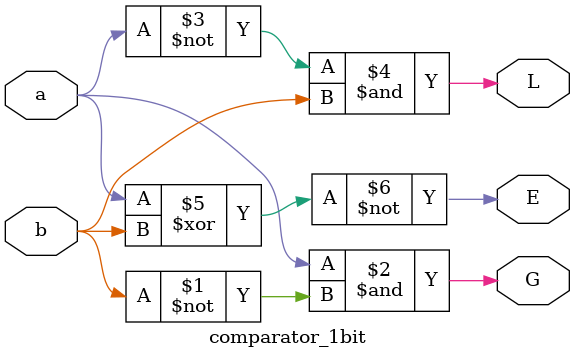
<source format=v>

module comparator_1bit(a,b,G,E,L);

input a,b;
output G,E,L;

assign G=a&~b;
assign L=~a&b;
assign E=~(a^b);

endmodule

</source>
